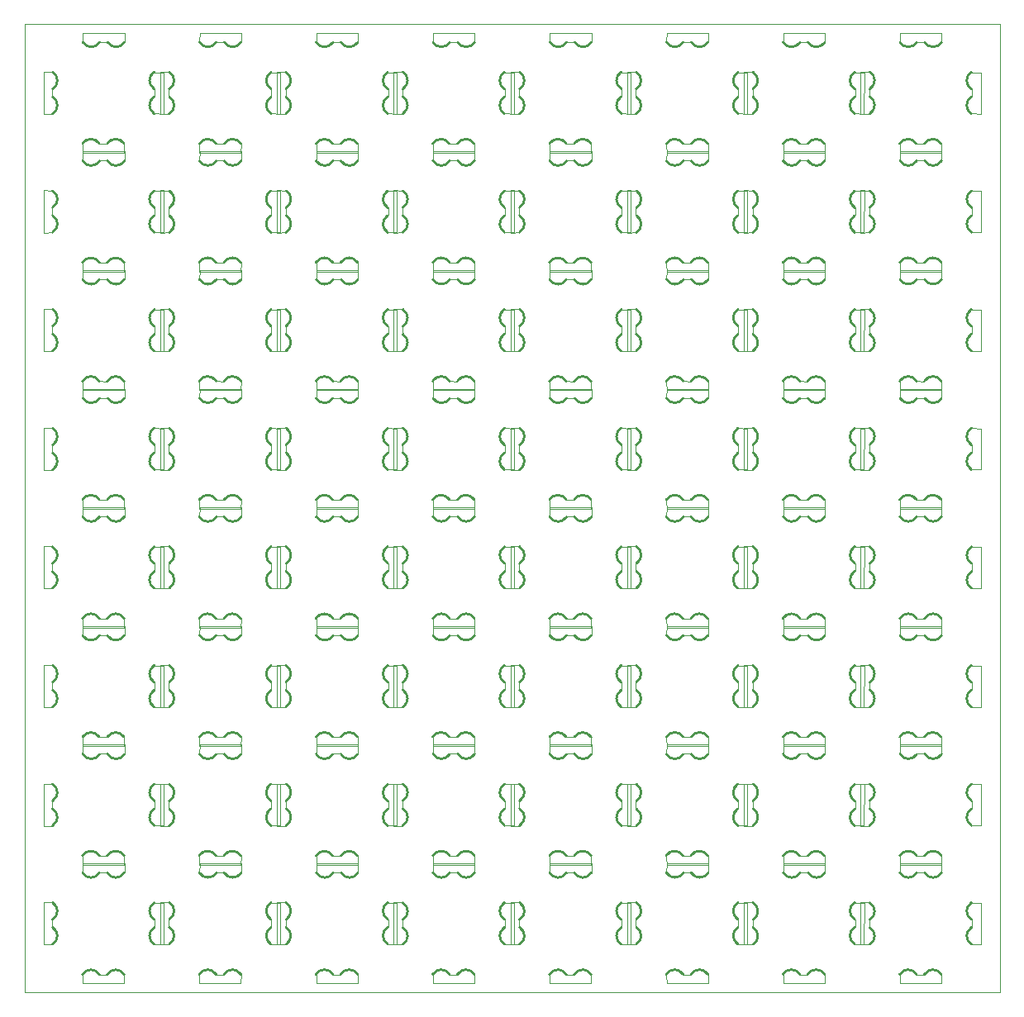
<source format=gko>
G04 DipTrace 3.0.0.2*
G04 BottomAssy.gbr*
%MOIN*%
G04 #@! TF.FileFunction,Drawing,Bot*
G04 #@! TF.Part,Single*
%ADD10C,0.009843*%
%ADD16C,0.001312*%
%FSLAX26Y26*%
G04*
G70*
G90*
G75*
G01*
G04 BotAssy*
%LPD*%
X916811Y588946D2*
D10*
G02X916661Y656826I20261J33985D01*
G01*
X916811Y688944D2*
G02X916661Y756824I20261J33985D01*
G01*
X795306Y467441D2*
G03X727426Y467591I-33985J-20261D01*
G01*
X695308Y467441D2*
G03X627428Y467591I-33985J-20261D01*
G01*
X628316Y877441D2*
G03X696196Y877291I33985J20261D01*
G01*
X728314Y877441D2*
G03X796194Y877291I33985J20261D01*
G01*
X506811Y588946D2*
G03X506961Y656826I-20261J33985D01*
G01*
X506811Y688944D2*
G03X506961Y756824I-20261J33985D01*
G01*
X628546Y879892D2*
D16*
X628929Y915122D1*
X796651D1*
Y877978D1*
X698353Y878873D2*
X726206D1*
X918688Y755844D2*
X954568Y755339D1*
X954063Y589077D1*
X919193Y589583D1*
X918671Y658173D2*
Y688698D1*
X628407Y464634D2*
X628751Y430609D1*
X795438D1*
X795782Y465322D1*
X697820Y466949D2*
X725856Y466594D1*
X505251Y588152D2*
X469969Y587777D1*
Y758184D1*
X505251Y757807D1*
X505043Y656959D2*
X504818Y686837D1*
X393724Y4301896D2*
X4326365D1*
Y393915D1*
X393724D1*
Y4301896D1*
X1387677Y588946D2*
D10*
G02X1387527Y656826I20261J33985D01*
G01*
X1387677Y688944D2*
G02X1387527Y756824I20261J33985D01*
G01*
X1266172Y467441D2*
G03X1198292Y467591I-33985J-20261D01*
G01*
X1166174Y467441D2*
G03X1098294Y467591I-33985J-20261D01*
G01*
X1099182Y877441D2*
G03X1167062Y877291I33985J20261D01*
G01*
X1199180Y877441D2*
G03X1267060Y877291I33985J20261D01*
G01*
X977677Y588946D2*
G03X977827Y656826I-20261J33985D01*
G01*
X977677Y688944D2*
G03X977827Y756824I-20261J33985D01*
G01*
X1099412Y879892D2*
D16*
X1099795Y915122D1*
X1267517D1*
Y877978D1*
X1169219Y878873D2*
X1197072D1*
X1389554Y755844D2*
X1425434Y755339D1*
X1424929Y589077D1*
X1390059Y589583D1*
X1389537Y658173D2*
Y688698D1*
X1099273Y464634D2*
X1099617Y430609D1*
X1266304D1*
X1266648Y465322D1*
X1168686Y466949D2*
X1196722Y466594D1*
X976117Y588152D2*
X940835Y587777D1*
Y758184D1*
X976117Y757807D1*
X975909Y656959D2*
X975684Y686837D1*
X1858543Y588946D2*
D10*
G02X1858393Y656826I20261J33985D01*
G01*
X1858543Y688944D2*
G02X1858393Y756824I20261J33985D01*
G01*
X1737038Y467441D2*
G03X1669158Y467591I-33985J-20261D01*
G01*
X1637040Y467441D2*
G03X1569160Y467591I-33985J-20261D01*
G01*
X1570048Y877441D2*
G03X1637929Y877291I33985J20261D01*
G01*
X1670046Y877441D2*
G03X1737927Y877291I33985J20261D01*
G01*
X1448543Y588946D2*
G03X1448693Y656826I-20261J33985D01*
G01*
X1448543Y688944D2*
G03X1448693Y756824I-20261J33985D01*
G01*
X1570278Y879892D2*
D16*
X1570661Y915122D1*
X1738383D1*
Y877978D1*
X1640085Y878873D2*
X1667938D1*
X1860420Y755844D2*
X1896301Y755339D1*
X1895795Y589077D1*
X1860925Y589583D1*
X1860403Y658173D2*
Y688698D1*
X1570139Y464634D2*
X1570483Y430609D1*
X1737171D1*
X1737514Y465322D1*
X1639552Y466949D2*
X1667588Y466594D1*
X1446983Y588152D2*
X1411701Y587777D1*
Y758184D1*
X1446983Y757807D1*
X1446776Y656959D2*
X1446550Y686837D1*
X2329409Y588946D2*
D10*
G02X2329260Y656826I20261J33985D01*
G01*
X2329409Y688944D2*
G02X2329260Y756824I20261J33985D01*
G01*
X2207904Y467441D2*
G03X2140024Y467591I-33985J-20261D01*
G01*
X2107907Y467441D2*
G03X2040026Y467591I-33985J-20261D01*
G01*
X2040914Y877441D2*
G03X2108795Y877291I33985J20261D01*
G01*
X2140912Y877441D2*
G03X2208793Y877291I33985J20261D01*
G01*
X1919409Y588946D2*
G03X1919559Y656826I-20261J33985D01*
G01*
X1919409Y688944D2*
G03X1919559Y756824I-20261J33985D01*
G01*
X2041144Y879892D2*
D16*
X2041528Y915122D1*
X2209249D1*
Y877978D1*
X2110951Y878873D2*
X2138804D1*
X2331286Y755844D2*
X2367167Y755339D1*
X2366661Y589077D1*
X2331791Y589583D1*
X2331269Y658173D2*
Y688698D1*
X2041005Y464634D2*
X2041349Y430609D1*
X2208037D1*
X2208381Y465322D1*
X2110419Y466949D2*
X2138454Y466594D1*
X1917849Y588152D2*
X1882567Y587777D1*
Y758184D1*
X1917849Y757807D1*
X1917642Y656959D2*
X1917416Y686837D1*
X2800276Y588946D2*
D10*
G02X2800126Y656826I20261J33985D01*
G01*
X2800276Y688944D2*
G02X2800126Y756824I20261J33985D01*
G01*
X2678771Y467441D2*
G03X2610890Y467591I-33985J-20261D01*
G01*
X2578773Y467441D2*
G03X2510892Y467591I-33985J-20261D01*
G01*
X2511781Y877441D2*
G03X2579661Y877291I33985J20261D01*
G01*
X2611778Y877441D2*
G03X2679659Y877291I33985J20261D01*
G01*
X2390276Y588946D2*
G03X2390425Y656826I-20261J33985D01*
G01*
X2390276Y688944D2*
G03X2390425Y756824I-20261J33985D01*
G01*
X2512010Y879892D2*
D16*
X2512394Y915122D1*
X2680115D1*
Y877978D1*
X2581818Y878873D2*
X2609671D1*
X2802152Y755844D2*
X2838033Y755339D1*
X2837528Y589077D1*
X2802657Y589583D1*
X2802135Y658173D2*
Y688698D1*
X2511871Y464634D2*
X2512215Y430609D1*
X2678903D1*
X2679247Y465322D1*
X2581285Y466949D2*
X2609320Y466594D1*
X2388715Y588152D2*
X2353433Y587777D1*
Y758184D1*
X2388715Y757807D1*
X2388508Y656959D2*
X2388282Y686837D1*
X3271142Y588946D2*
D10*
G02X3270992Y656826I20261J33985D01*
G01*
X3271142Y688944D2*
G02X3270992Y756824I20261J33985D01*
G01*
X3149637Y467441D2*
G03X3081756Y467591I-33985J-20261D01*
G01*
X3049639Y467441D2*
G03X2981759Y467591I-33985J-20261D01*
G01*
X2982647Y877441D2*
G03X3050527Y877291I33985J20261D01*
G01*
X3082645Y877441D2*
G03X3150525Y877291I33985J20261D01*
G01*
X2861142Y588946D2*
G03X2861292Y656826I-20261J33985D01*
G01*
X2861142Y688944D2*
G03X2861292Y756824I-20261J33985D01*
G01*
X2982877Y879892D2*
D16*
X2983260Y915122D1*
X3150982D1*
Y877978D1*
X3052684Y878873D2*
X3080537D1*
X3273018Y755844D2*
X3308899Y755339D1*
X3308394Y589077D1*
X3273524Y589583D1*
X3273001Y658173D2*
Y688698D1*
X2982738Y464634D2*
X2983081Y430609D1*
X3149769D1*
X3150113Y465322D1*
X3052151Y466949D2*
X3080186Y466594D1*
X2859581Y588152D2*
X2824299Y587777D1*
Y758184D1*
X2859581Y757807D1*
X2859374Y656959D2*
X2859148Y686837D1*
X3742008Y588946D2*
D10*
G02X3741858Y656826I20261J33985D01*
G01*
X3742008Y688944D2*
G02X3741858Y756824I20261J33985D01*
G01*
X3620503Y467441D2*
G03X3552623Y467591I-33985J-20261D01*
G01*
X3520505Y467441D2*
G03X3452625Y467591I-33985J-20261D01*
G01*
X3453513Y877441D2*
G03X3521393Y877291I33985J20261D01*
G01*
X3553511Y877441D2*
G03X3621391Y877291I33985J20261D01*
G01*
X3332008Y588946D2*
G03X3332158Y656826I-20261J33985D01*
G01*
X3332008Y688944D2*
G03X3332158Y756824I-20261J33985D01*
G01*
X3453743Y879892D2*
D16*
X3454126Y915122D1*
X3621848D1*
Y877978D1*
X3523550Y878873D2*
X3551403D1*
X3743885Y755844D2*
X3779765Y755339D1*
X3779260Y589077D1*
X3744390Y589583D1*
X3743867Y658173D2*
Y688698D1*
X3453604Y464634D2*
X3453948Y430609D1*
X3620635D1*
X3620979Y465322D1*
X3523017Y466949D2*
X3551052Y466594D1*
X3330448Y588152D2*
X3295165Y587777D1*
Y758184D1*
X3330448Y757807D1*
X3330240Y656959D2*
X3330014Y686837D1*
X4212874Y588946D2*
D10*
G02X4212724Y656826I20261J33985D01*
G01*
X4212874Y688944D2*
G02X4212724Y756824I20261J33985D01*
G01*
X4091369Y467441D2*
G03X4023489Y467591I-33985J-20261D01*
G01*
X3991371Y467441D2*
G03X3923491Y467591I-33985J-20261D01*
G01*
X3924379Y877441D2*
G03X3992259Y877291I33985J20261D01*
G01*
X4024377Y877441D2*
G03X4092257Y877291I33985J20261D01*
G01*
X3802874Y588946D2*
G03X3803024Y656826I-20261J33985D01*
G01*
X3802874Y688944D2*
G03X3803024Y756824I-20261J33985D01*
G01*
X3924609Y879892D2*
D16*
X3924992Y915122D1*
X4092714D1*
Y877978D1*
X3994416Y878873D2*
X4022269D1*
X4214751Y755844D2*
X4250631Y755339D1*
X4250126Y589077D1*
X4215256Y589583D1*
X4214734Y658173D2*
Y688698D1*
X3924470Y464634D2*
X3924814Y430609D1*
X4091501D1*
X4091845Y465322D1*
X3993883Y466949D2*
X4021919Y466594D1*
X3801314Y588152D2*
X3766031Y587777D1*
Y758184D1*
X3801314Y757807D1*
X3801106Y656959D2*
X3800881Y686837D1*
X916811Y1067686D2*
D10*
G02X916661Y1135566I20261J33985D01*
G01*
X916811Y1167684D2*
G02X916661Y1235564I20261J33985D01*
G01*
X795306Y946181D2*
G03X727426Y946331I-33985J-20261D01*
G01*
X695308Y946181D2*
G03X627428Y946331I-33985J-20261D01*
G01*
X628316Y1356181D2*
G03X696196Y1356031I33985J20261D01*
G01*
X728314Y1356181D2*
G03X796194Y1356031I33985J20261D01*
G01*
X506811Y1067686D2*
G03X506961Y1135566I-20261J33985D01*
G01*
X506811Y1167684D2*
G03X506961Y1235564I-20261J33985D01*
G01*
X628546Y1358633D2*
D16*
X628929Y1393862D1*
X796651D1*
Y1356718D1*
X698353Y1357613D2*
X726206D1*
X918688Y1234584D2*
X954568Y1234079D1*
X954063Y1067818D1*
X919193Y1068323D1*
X918671Y1136913D2*
Y1167438D1*
X628407Y943374D2*
X628751Y909349D1*
X795438D1*
X795782Y944062D1*
X697820Y945689D2*
X725856Y945335D1*
X505251Y1066892D2*
X469969Y1066517D1*
Y1236924D1*
X505251Y1236547D1*
X505043Y1135699D2*
X504818Y1165577D1*
X1387677Y1067686D2*
D10*
G02X1387527Y1135566I20261J33985D01*
G01*
X1387677Y1167684D2*
G02X1387527Y1235564I20261J33985D01*
G01*
X1266172Y946181D2*
G03X1198292Y946331I-33985J-20261D01*
G01*
X1166174Y946181D2*
G03X1098294Y946331I-33985J-20261D01*
G01*
X1099182Y1356181D2*
G03X1167062Y1356031I33985J20261D01*
G01*
X1199180Y1356181D2*
G03X1267060Y1356031I33985J20261D01*
G01*
X977677Y1067686D2*
G03X977827Y1135566I-20261J33985D01*
G01*
X977677Y1167684D2*
G03X977827Y1235564I-20261J33985D01*
G01*
X1099412Y1358633D2*
D16*
X1099795Y1393862D1*
X1267517D1*
Y1356718D1*
X1169219Y1357613D2*
X1197072D1*
X1389554Y1234584D2*
X1425434Y1234079D1*
X1424929Y1067818D1*
X1390059Y1068323D1*
X1389537Y1136913D2*
Y1167438D1*
X1099273Y943374D2*
X1099617Y909349D1*
X1266304D1*
X1266648Y944062D1*
X1168686Y945689D2*
X1196722Y945335D1*
X976117Y1066892D2*
X940835Y1066517D1*
Y1236924D1*
X976117Y1236547D1*
X975909Y1135699D2*
X975684Y1165577D1*
X1858543Y1067686D2*
D10*
G02X1858393Y1135566I20261J33985D01*
G01*
X1858543Y1167684D2*
G02X1858393Y1235564I20261J33985D01*
G01*
X1737038Y946181D2*
G03X1669158Y946331I-33985J-20261D01*
G01*
X1637040Y946181D2*
G03X1569160Y946331I-33985J-20261D01*
G01*
X1570048Y1356181D2*
G03X1637929Y1356031I33985J20261D01*
G01*
X1670046Y1356181D2*
G03X1737927Y1356031I33985J20261D01*
G01*
X1448543Y1067686D2*
G03X1448693Y1135566I-20261J33985D01*
G01*
X1448543Y1167684D2*
G03X1448693Y1235564I-20261J33985D01*
G01*
X1570278Y1358633D2*
D16*
X1570661Y1393862D1*
X1738383D1*
Y1356718D1*
X1640085Y1357613D2*
X1667938D1*
X1860420Y1234584D2*
X1896301Y1234079D1*
X1895795Y1067818D1*
X1860925Y1068323D1*
X1860403Y1136913D2*
Y1167438D1*
X1570139Y943374D2*
X1570483Y909349D1*
X1737171D1*
X1737514Y944062D1*
X1639552Y945689D2*
X1667588Y945335D1*
X1446983Y1066892D2*
X1411701Y1066517D1*
Y1236924D1*
X1446983Y1236547D1*
X1446776Y1135699D2*
X1446550Y1165577D1*
X2329409Y1067686D2*
D10*
G02X2329260Y1135566I20261J33985D01*
G01*
X2329409Y1167684D2*
G02X2329260Y1235564I20261J33985D01*
G01*
X2207904Y946181D2*
G03X2140024Y946331I-33985J-20261D01*
G01*
X2107907Y946181D2*
G03X2040026Y946331I-33985J-20261D01*
G01*
X2040914Y1356181D2*
G03X2108795Y1356031I33985J20261D01*
G01*
X2140912Y1356181D2*
G03X2208793Y1356031I33985J20261D01*
G01*
X1919409Y1067686D2*
G03X1919559Y1135566I-20261J33985D01*
G01*
X1919409Y1167684D2*
G03X1919559Y1235564I-20261J33985D01*
G01*
X2041144Y1358633D2*
D16*
X2041528Y1393862D1*
X2209249D1*
Y1356718D1*
X2110951Y1357613D2*
X2138804D1*
X2331286Y1234584D2*
X2367167Y1234079D1*
X2366661Y1067818D1*
X2331791Y1068323D1*
X2331269Y1136913D2*
Y1167438D1*
X2041005Y943374D2*
X2041349Y909349D1*
X2208037D1*
X2208381Y944062D1*
X2110419Y945689D2*
X2138454Y945335D1*
X1917849Y1066892D2*
X1882567Y1066517D1*
Y1236924D1*
X1917849Y1236547D1*
X1917642Y1135699D2*
X1917416Y1165577D1*
X2800276Y1067686D2*
D10*
G02X2800126Y1135566I20261J33985D01*
G01*
X2800276Y1167684D2*
G02X2800126Y1235564I20261J33985D01*
G01*
X2678771Y946181D2*
G03X2610890Y946331I-33985J-20261D01*
G01*
X2578773Y946181D2*
G03X2510892Y946331I-33985J-20261D01*
G01*
X2511781Y1356181D2*
G03X2579661Y1356031I33985J20261D01*
G01*
X2611778Y1356181D2*
G03X2679659Y1356031I33985J20261D01*
G01*
X2390276Y1067686D2*
G03X2390425Y1135566I-20261J33985D01*
G01*
X2390276Y1167684D2*
G03X2390425Y1235564I-20261J33985D01*
G01*
X2512010Y1358633D2*
D16*
X2512394Y1393862D1*
X2680115D1*
Y1356718D1*
X2581818Y1357613D2*
X2609671D1*
X2802152Y1234584D2*
X2838033Y1234079D1*
X2837528Y1067818D1*
X2802657Y1068323D1*
X2802135Y1136913D2*
Y1167438D1*
X2511871Y943374D2*
X2512215Y909349D1*
X2678903D1*
X2679247Y944062D1*
X2581285Y945689D2*
X2609320Y945335D1*
X2388715Y1066892D2*
X2353433Y1066517D1*
Y1236924D1*
X2388715Y1236547D1*
X2388508Y1135699D2*
X2388282Y1165577D1*
X3271142Y1067686D2*
D10*
G02X3270992Y1135566I20261J33985D01*
G01*
X3271142Y1167684D2*
G02X3270992Y1235564I20261J33985D01*
G01*
X3149637Y946181D2*
G03X3081756Y946331I-33985J-20261D01*
G01*
X3049639Y946181D2*
G03X2981759Y946331I-33985J-20261D01*
G01*
X2982647Y1356181D2*
G03X3050527Y1356031I33985J20261D01*
G01*
X3082645Y1356181D2*
G03X3150525Y1356031I33985J20261D01*
G01*
X2861142Y1067686D2*
G03X2861292Y1135566I-20261J33985D01*
G01*
X2861142Y1167684D2*
G03X2861292Y1235564I-20261J33985D01*
G01*
X2982877Y1358633D2*
D16*
X2983260Y1393862D1*
X3150982D1*
Y1356718D1*
X3052684Y1357613D2*
X3080537D1*
X3273018Y1234584D2*
X3308899Y1234079D1*
X3308394Y1067818D1*
X3273524Y1068323D1*
X3273001Y1136913D2*
Y1167438D1*
X2982738Y943374D2*
X2983081Y909349D1*
X3149769D1*
X3150113Y944062D1*
X3052151Y945689D2*
X3080186Y945335D1*
X2859581Y1066892D2*
X2824299Y1066517D1*
Y1236924D1*
X2859581Y1236547D1*
X2859374Y1135699D2*
X2859148Y1165577D1*
X3742008Y1067686D2*
D10*
G02X3741858Y1135566I20261J33985D01*
G01*
X3742008Y1167684D2*
G02X3741858Y1235564I20261J33985D01*
G01*
X3620503Y946181D2*
G03X3552623Y946331I-33985J-20261D01*
G01*
X3520505Y946181D2*
G03X3452625Y946331I-33985J-20261D01*
G01*
X3453513Y1356181D2*
G03X3521393Y1356031I33985J20261D01*
G01*
X3553511Y1356181D2*
G03X3621391Y1356031I33985J20261D01*
G01*
X3332008Y1067686D2*
G03X3332158Y1135566I-20261J33985D01*
G01*
X3332008Y1167684D2*
G03X3332158Y1235564I-20261J33985D01*
G01*
X3453743Y1358633D2*
D16*
X3454126Y1393862D1*
X3621848D1*
Y1356718D1*
X3523550Y1357613D2*
X3551403D1*
X3743885Y1234584D2*
X3779765Y1234079D1*
X3779260Y1067818D1*
X3744390Y1068323D1*
X3743867Y1136913D2*
Y1167438D1*
X3453604Y943374D2*
X3453948Y909349D1*
X3620635D1*
X3620979Y944062D1*
X3523017Y945689D2*
X3551052Y945335D1*
X3330448Y1066892D2*
X3295165Y1066517D1*
Y1236924D1*
X3330448Y1236547D1*
X3330240Y1135699D2*
X3330014Y1165577D1*
X4212874Y1067686D2*
D10*
G02X4212724Y1135566I20261J33985D01*
G01*
X4212874Y1167684D2*
G02X4212724Y1235564I20261J33985D01*
G01*
X4091369Y946181D2*
G03X4023489Y946331I-33985J-20261D01*
G01*
X3991371Y946181D2*
G03X3923491Y946331I-33985J-20261D01*
G01*
X3924379Y1356181D2*
G03X3992259Y1356031I33985J20261D01*
G01*
X4024377Y1356181D2*
G03X4092257Y1356031I33985J20261D01*
G01*
X3802874Y1067686D2*
G03X3803024Y1135566I-20261J33985D01*
G01*
X3802874Y1167684D2*
G03X3803024Y1235564I-20261J33985D01*
G01*
X3924609Y1358633D2*
D16*
X3924992Y1393862D1*
X4092714D1*
Y1356718D1*
X3994416Y1357613D2*
X4022269D1*
X4214751Y1234584D2*
X4250631Y1234079D1*
X4250126Y1067818D1*
X4215256Y1068323D1*
X4214734Y1136913D2*
Y1167438D1*
X3924470Y943374D2*
X3924814Y909349D1*
X4091501D1*
X4091845Y944062D1*
X3993883Y945689D2*
X4021919Y945335D1*
X3801314Y1066892D2*
X3766031Y1066517D1*
Y1236924D1*
X3801314Y1236547D1*
X3801106Y1135699D2*
X3800881Y1165577D1*
X916811Y1546426D2*
D10*
G02X916661Y1614307I20261J33985D01*
G01*
X916811Y1646424D2*
G02X916661Y1714304I20261J33985D01*
G01*
X795306Y1424921D2*
G03X727426Y1425071I-33985J-20261D01*
G01*
X695308Y1424921D2*
G03X627428Y1425071I-33985J-20261D01*
G01*
X628316Y1834921D2*
G03X696196Y1834771I33985J20261D01*
G01*
X728314Y1834921D2*
G03X796194Y1834771I33985J20261D01*
G01*
X506811Y1546426D2*
G03X506961Y1614307I-20261J33985D01*
G01*
X506811Y1646424D2*
G03X506961Y1714304I-20261J33985D01*
G01*
X628546Y1837373D2*
D16*
X628929Y1872602D1*
X796651D1*
Y1835458D1*
X698353Y1836353D2*
X726206D1*
X918688Y1713324D2*
X954568Y1712819D1*
X954063Y1546558D1*
X919193Y1547063D1*
X918671Y1615654D2*
Y1646178D1*
X628407Y1422114D2*
X628751Y1388089D1*
X795438D1*
X795782Y1422802D1*
X697820Y1424429D2*
X725856Y1424075D1*
X505251Y1545633D2*
X469969Y1545257D1*
Y1715664D1*
X505251Y1715287D1*
X505043Y1614440D2*
X504818Y1644318D1*
X1387677Y1546426D2*
D10*
G02X1387527Y1614307I20261J33985D01*
G01*
X1387677Y1646424D2*
G02X1387527Y1714304I20261J33985D01*
G01*
X1266172Y1424921D2*
G03X1198292Y1425071I-33985J-20261D01*
G01*
X1166174Y1424921D2*
G03X1098294Y1425071I-33985J-20261D01*
G01*
X1099182Y1834921D2*
G03X1167062Y1834771I33985J20261D01*
G01*
X1199180Y1834921D2*
G03X1267060Y1834771I33985J20261D01*
G01*
X977677Y1546426D2*
G03X977827Y1614307I-20261J33985D01*
G01*
X977677Y1646424D2*
G03X977827Y1714304I-20261J33985D01*
G01*
X1099412Y1837373D2*
D16*
X1099795Y1872602D1*
X1267517D1*
Y1835458D1*
X1169219Y1836353D2*
X1197072D1*
X1389554Y1713324D2*
X1425434Y1712819D1*
X1424929Y1546558D1*
X1390059Y1547063D1*
X1389537Y1615654D2*
Y1646178D1*
X1099273Y1422114D2*
X1099617Y1388089D1*
X1266304D1*
X1266648Y1422802D1*
X1168686Y1424429D2*
X1196722Y1424075D1*
X976117Y1545633D2*
X940835Y1545257D1*
Y1715664D1*
X976117Y1715287D1*
X975909Y1614440D2*
X975684Y1644318D1*
X1858543Y1546426D2*
D10*
G02X1858393Y1614307I20261J33985D01*
G01*
X1858543Y1646424D2*
G02X1858393Y1714304I20261J33985D01*
G01*
X1737038Y1424921D2*
G03X1669158Y1425071I-33985J-20261D01*
G01*
X1637040Y1424921D2*
G03X1569160Y1425071I-33985J-20261D01*
G01*
X1570048Y1834921D2*
G03X1637929Y1834771I33985J20261D01*
G01*
X1670046Y1834921D2*
G03X1737927Y1834771I33985J20261D01*
G01*
X1448543Y1546426D2*
G03X1448693Y1614307I-20261J33985D01*
G01*
X1448543Y1646424D2*
G03X1448693Y1714304I-20261J33985D01*
G01*
X1570278Y1837373D2*
D16*
X1570661Y1872602D1*
X1738383D1*
Y1835458D1*
X1640085Y1836353D2*
X1667938D1*
X1860420Y1713324D2*
X1896301Y1712819D1*
X1895795Y1546558D1*
X1860925Y1547063D1*
X1860403Y1615654D2*
Y1646178D1*
X1570139Y1422114D2*
X1570483Y1388089D1*
X1737171D1*
X1737514Y1422802D1*
X1639552Y1424429D2*
X1667588Y1424075D1*
X1446983Y1545633D2*
X1411701Y1545257D1*
Y1715664D1*
X1446983Y1715287D1*
X1446776Y1614440D2*
X1446550Y1644318D1*
X2329409Y1546426D2*
D10*
G02X2329260Y1614307I20261J33985D01*
G01*
X2329409Y1646424D2*
G02X2329260Y1714304I20261J33985D01*
G01*
X2207904Y1424921D2*
G03X2140024Y1425071I-33985J-20261D01*
G01*
X2107907Y1424921D2*
G03X2040026Y1425071I-33985J-20261D01*
G01*
X2040914Y1834921D2*
G03X2108795Y1834771I33985J20261D01*
G01*
X2140912Y1834921D2*
G03X2208793Y1834771I33985J20261D01*
G01*
X1919409Y1546426D2*
G03X1919559Y1614307I-20261J33985D01*
G01*
X1919409Y1646424D2*
G03X1919559Y1714304I-20261J33985D01*
G01*
X2041144Y1837373D2*
D16*
X2041528Y1872602D1*
X2209249D1*
Y1835458D1*
X2110951Y1836353D2*
X2138804D1*
X2331286Y1713324D2*
X2367167Y1712819D1*
X2366661Y1546558D1*
X2331791Y1547063D1*
X2331269Y1615654D2*
Y1646178D1*
X2041005Y1422114D2*
X2041349Y1388089D1*
X2208037D1*
X2208381Y1422802D1*
X2110419Y1424429D2*
X2138454Y1424075D1*
X1917849Y1545633D2*
X1882567Y1545257D1*
Y1715664D1*
X1917849Y1715287D1*
X1917642Y1614440D2*
X1917416Y1644318D1*
X2800276Y1546426D2*
D10*
G02X2800126Y1614307I20261J33985D01*
G01*
X2800276Y1646424D2*
G02X2800126Y1714304I20261J33985D01*
G01*
X2678771Y1424921D2*
G03X2610890Y1425071I-33985J-20261D01*
G01*
X2578773Y1424921D2*
G03X2510892Y1425071I-33985J-20261D01*
G01*
X2511781Y1834921D2*
G03X2579661Y1834771I33985J20261D01*
G01*
X2611778Y1834921D2*
G03X2679659Y1834771I33985J20261D01*
G01*
X2390276Y1546426D2*
G03X2390425Y1614307I-20261J33985D01*
G01*
X2390276Y1646424D2*
G03X2390425Y1714304I-20261J33985D01*
G01*
X2512010Y1837373D2*
D16*
X2512394Y1872602D1*
X2680115D1*
Y1835458D1*
X2581818Y1836353D2*
X2609671D1*
X2802152Y1713324D2*
X2838033Y1712819D1*
X2837528Y1546558D1*
X2802657Y1547063D1*
X2802135Y1615654D2*
Y1646178D1*
X2511871Y1422114D2*
X2512215Y1388089D1*
X2678903D1*
X2679247Y1422802D1*
X2581285Y1424429D2*
X2609320Y1424075D1*
X2388715Y1545633D2*
X2353433Y1545257D1*
Y1715664D1*
X2388715Y1715287D1*
X2388508Y1614440D2*
X2388282Y1644318D1*
X3271142Y1546426D2*
D10*
G02X3270992Y1614307I20261J33985D01*
G01*
X3271142Y1646424D2*
G02X3270992Y1714304I20261J33985D01*
G01*
X3149637Y1424921D2*
G03X3081756Y1425071I-33985J-20261D01*
G01*
X3049639Y1424921D2*
G03X2981759Y1425071I-33985J-20261D01*
G01*
X2982647Y1834921D2*
G03X3050527Y1834771I33985J20261D01*
G01*
X3082645Y1834921D2*
G03X3150525Y1834771I33985J20261D01*
G01*
X2861142Y1546426D2*
G03X2861292Y1614307I-20261J33985D01*
G01*
X2861142Y1646424D2*
G03X2861292Y1714304I-20261J33985D01*
G01*
X2982877Y1837373D2*
D16*
X2983260Y1872602D1*
X3150982D1*
Y1835458D1*
X3052684Y1836353D2*
X3080537D1*
X3273018Y1713324D2*
X3308899Y1712819D1*
X3308394Y1546558D1*
X3273524Y1547063D1*
X3273001Y1615654D2*
Y1646178D1*
X2982738Y1422114D2*
X2983081Y1388089D1*
X3149769D1*
X3150113Y1422802D1*
X3052151Y1424429D2*
X3080186Y1424075D1*
X2859581Y1545633D2*
X2824299Y1545257D1*
Y1715664D1*
X2859581Y1715287D1*
X2859374Y1614440D2*
X2859148Y1644318D1*
X3742008Y1546426D2*
D10*
G02X3741858Y1614307I20261J33985D01*
G01*
X3742008Y1646424D2*
G02X3741858Y1714304I20261J33985D01*
G01*
X3620503Y1424921D2*
G03X3552623Y1425071I-33985J-20261D01*
G01*
X3520505Y1424921D2*
G03X3452625Y1425071I-33985J-20261D01*
G01*
X3453513Y1834921D2*
G03X3521393Y1834771I33985J20261D01*
G01*
X3553511Y1834921D2*
G03X3621391Y1834771I33985J20261D01*
G01*
X3332008Y1546426D2*
G03X3332158Y1614307I-20261J33985D01*
G01*
X3332008Y1646424D2*
G03X3332158Y1714304I-20261J33985D01*
G01*
X3453743Y1837373D2*
D16*
X3454126Y1872602D1*
X3621848D1*
Y1835458D1*
X3523550Y1836353D2*
X3551403D1*
X3743885Y1713324D2*
X3779765Y1712819D1*
X3779260Y1546558D1*
X3744390Y1547063D1*
X3743867Y1615654D2*
Y1646178D1*
X3453604Y1422114D2*
X3453948Y1388089D1*
X3620635D1*
X3620979Y1422802D1*
X3523017Y1424429D2*
X3551052Y1424075D1*
X3330448Y1545633D2*
X3295165Y1545257D1*
Y1715664D1*
X3330448Y1715287D1*
X3330240Y1614440D2*
X3330014Y1644318D1*
X4212874Y1546426D2*
D10*
G02X4212724Y1614307I20261J33985D01*
G01*
X4212874Y1646424D2*
G02X4212724Y1714304I20261J33985D01*
G01*
X4091369Y1424921D2*
G03X4023489Y1425071I-33985J-20261D01*
G01*
X3991371Y1424921D2*
G03X3923491Y1425071I-33985J-20261D01*
G01*
X3924379Y1834921D2*
G03X3992259Y1834771I33985J20261D01*
G01*
X4024377Y1834921D2*
G03X4092257Y1834771I33985J20261D01*
G01*
X3802874Y1546426D2*
G03X3803024Y1614307I-20261J33985D01*
G01*
X3802874Y1646424D2*
G03X3803024Y1714304I-20261J33985D01*
G01*
X3924609Y1837373D2*
D16*
X3924992Y1872602D1*
X4092714D1*
Y1835458D1*
X3994416Y1836353D2*
X4022269D1*
X4214751Y1713324D2*
X4250631Y1712819D1*
X4250126Y1546558D1*
X4215256Y1547063D1*
X4214734Y1615654D2*
Y1646178D1*
X3924470Y1422114D2*
X3924814Y1388089D1*
X4091501D1*
X4091845Y1422802D1*
X3993883Y1424429D2*
X4021919Y1424075D1*
X3801314Y1545633D2*
X3766031Y1545257D1*
Y1715664D1*
X3801314Y1715287D1*
X3801106Y1614440D2*
X3800881Y1644318D1*
X916811Y2025166D2*
D10*
G02X916661Y2093047I20261J33985D01*
G01*
X916811Y2125164D2*
G02X916661Y2193045I20261J33985D01*
G01*
X795306Y1903661D2*
G03X727426Y1903811I-33985J-20261D01*
G01*
X695308Y1903661D2*
G03X627428Y1903811I-33985J-20261D01*
G01*
X628316Y2313661D2*
G03X696196Y2313512I33985J20261D01*
G01*
X728314Y2313661D2*
G03X796194Y2313512I33985J20261D01*
G01*
X506811Y2025166D2*
G03X506961Y2093047I-20261J33985D01*
G01*
X506811Y2125164D2*
G03X506961Y2193045I-20261J33985D01*
G01*
X628546Y2316113D2*
D16*
X628929Y2351343D1*
X796651D1*
Y2314198D1*
X698353Y2315093D2*
X726206D1*
X918688Y2192064D2*
X954568Y2191559D1*
X954063Y2025298D1*
X919193Y2025803D1*
X918671Y2094394D2*
Y2124919D1*
X628407Y1900854D2*
X628751Y1866829D1*
X795438D1*
X795782Y1901542D1*
X697820Y1903169D2*
X725856Y1902815D1*
X505251Y2024373D2*
X469969Y2023997D1*
Y2194404D1*
X505251Y2194028D1*
X505043Y2093180D2*
X504818Y2123058D1*
X1387677Y2025166D2*
D10*
G02X1387527Y2093047I20261J33985D01*
G01*
X1387677Y2125164D2*
G02X1387527Y2193045I20261J33985D01*
G01*
X1266172Y1903661D2*
G03X1198292Y1903811I-33985J-20261D01*
G01*
X1166174Y1903661D2*
G03X1098294Y1903811I-33985J-20261D01*
G01*
X1099182Y2313661D2*
G03X1167062Y2313512I33985J20261D01*
G01*
X1199180Y2313661D2*
G03X1267060Y2313512I33985J20261D01*
G01*
X977677Y2025166D2*
G03X977827Y2093047I-20261J33985D01*
G01*
X977677Y2125164D2*
G03X977827Y2193045I-20261J33985D01*
G01*
X1099412Y2316113D2*
D16*
X1099795Y2351343D1*
X1267517D1*
Y2314198D1*
X1169219Y2315093D2*
X1197072D1*
X1389554Y2192064D2*
X1425434Y2191559D1*
X1424929Y2025298D1*
X1390059Y2025803D1*
X1389537Y2094394D2*
Y2124919D1*
X1099273Y1900854D2*
X1099617Y1866829D1*
X1266304D1*
X1266648Y1901542D1*
X1168686Y1903169D2*
X1196722Y1902815D1*
X976117Y2024373D2*
X940835Y2023997D1*
Y2194404D1*
X976117Y2194028D1*
X975909Y2093180D2*
X975684Y2123058D1*
X1858543Y2025166D2*
D10*
G02X1858393Y2093047I20261J33985D01*
G01*
X1858543Y2125164D2*
G02X1858393Y2193045I20261J33985D01*
G01*
X1737038Y1903661D2*
G03X1669158Y1903811I-33985J-20261D01*
G01*
X1637040Y1903661D2*
G03X1569160Y1903811I-33985J-20261D01*
G01*
X1570048Y2313661D2*
G03X1637929Y2313512I33985J20261D01*
G01*
X1670046Y2313661D2*
G03X1737927Y2313512I33985J20261D01*
G01*
X1448543Y2025166D2*
G03X1448693Y2093047I-20261J33985D01*
G01*
X1448543Y2125164D2*
G03X1448693Y2193045I-20261J33985D01*
G01*
X1570278Y2316113D2*
D16*
X1570661Y2351343D1*
X1738383D1*
Y2314198D1*
X1640085Y2315093D2*
X1667938D1*
X1860420Y2192064D2*
X1896301Y2191559D1*
X1895795Y2025298D1*
X1860925Y2025803D1*
X1860403Y2094394D2*
Y2124919D1*
X1570139Y1900854D2*
X1570483Y1866829D1*
X1737171D1*
X1737514Y1901542D1*
X1639552Y1903169D2*
X1667588Y1902815D1*
X1446983Y2024373D2*
X1411701Y2023997D1*
Y2194404D1*
X1446983Y2194028D1*
X1446776Y2093180D2*
X1446550Y2123058D1*
X2329409Y2025166D2*
D10*
G02X2329260Y2093047I20261J33985D01*
G01*
X2329409Y2125164D2*
G02X2329260Y2193045I20261J33985D01*
G01*
X2207904Y1903661D2*
G03X2140024Y1903811I-33985J-20261D01*
G01*
X2107907Y1903661D2*
G03X2040026Y1903811I-33985J-20261D01*
G01*
X2040914Y2313661D2*
G03X2108795Y2313512I33985J20261D01*
G01*
X2140912Y2313661D2*
G03X2208793Y2313512I33985J20261D01*
G01*
X1919409Y2025166D2*
G03X1919559Y2093047I-20261J33985D01*
G01*
X1919409Y2125164D2*
G03X1919559Y2193045I-20261J33985D01*
G01*
X2041144Y2316113D2*
D16*
X2041528Y2351343D1*
X2209249D1*
Y2314198D1*
X2110951Y2315093D2*
X2138804D1*
X2331286Y2192064D2*
X2367167Y2191559D1*
X2366661Y2025298D1*
X2331791Y2025803D1*
X2331269Y2094394D2*
Y2124919D1*
X2041005Y1900854D2*
X2041349Y1866829D1*
X2208037D1*
X2208381Y1901542D1*
X2110419Y1903169D2*
X2138454Y1902815D1*
X1917849Y2024373D2*
X1882567Y2023997D1*
Y2194404D1*
X1917849Y2194028D1*
X1917642Y2093180D2*
X1917416Y2123058D1*
X2800276Y2025166D2*
D10*
G02X2800126Y2093047I20261J33985D01*
G01*
X2800276Y2125164D2*
G02X2800126Y2193045I20261J33985D01*
G01*
X2678771Y1903661D2*
G03X2610890Y1903811I-33985J-20261D01*
G01*
X2578773Y1903661D2*
G03X2510892Y1903811I-33985J-20261D01*
G01*
X2511781Y2313661D2*
G03X2579661Y2313512I33985J20261D01*
G01*
X2611778Y2313661D2*
G03X2679659Y2313512I33985J20261D01*
G01*
X2390276Y2025166D2*
G03X2390425Y2093047I-20261J33985D01*
G01*
X2390276Y2125164D2*
G03X2390425Y2193045I-20261J33985D01*
G01*
X2512010Y2316113D2*
D16*
X2512394Y2351343D1*
X2680115D1*
Y2314198D1*
X2581818Y2315093D2*
X2609671D1*
X2802152Y2192064D2*
X2838033Y2191559D1*
X2837528Y2025298D1*
X2802657Y2025803D1*
X2802135Y2094394D2*
Y2124919D1*
X2511871Y1900854D2*
X2512215Y1866829D1*
X2678903D1*
X2679247Y1901542D1*
X2581285Y1903169D2*
X2609320Y1902815D1*
X2388715Y2024373D2*
X2353433Y2023997D1*
Y2194404D1*
X2388715Y2194028D1*
X2388508Y2093180D2*
X2388282Y2123058D1*
X3271142Y2025166D2*
D10*
G02X3270992Y2093047I20261J33985D01*
G01*
X3271142Y2125164D2*
G02X3270992Y2193045I20261J33985D01*
G01*
X3149637Y1903661D2*
G03X3081756Y1903811I-33985J-20261D01*
G01*
X3049639Y1903661D2*
G03X2981759Y1903811I-33985J-20261D01*
G01*
X2982647Y2313661D2*
G03X3050527Y2313512I33985J20261D01*
G01*
X3082645Y2313661D2*
G03X3150525Y2313512I33985J20261D01*
G01*
X2861142Y2025166D2*
G03X2861292Y2093047I-20261J33985D01*
G01*
X2861142Y2125164D2*
G03X2861292Y2193045I-20261J33985D01*
G01*
X2982877Y2316113D2*
D16*
X2983260Y2351343D1*
X3150982D1*
Y2314198D1*
X3052684Y2315093D2*
X3080537D1*
X3273018Y2192064D2*
X3308899Y2191559D1*
X3308394Y2025298D1*
X3273524Y2025803D1*
X3273001Y2094394D2*
Y2124919D1*
X2982738Y1900854D2*
X2983081Y1866829D1*
X3149769D1*
X3150113Y1901542D1*
X3052151Y1903169D2*
X3080186Y1902815D1*
X2859581Y2024373D2*
X2824299Y2023997D1*
Y2194404D1*
X2859581Y2194028D1*
X2859374Y2093180D2*
X2859148Y2123058D1*
X3742008Y2025166D2*
D10*
G02X3741858Y2093047I20261J33985D01*
G01*
X3742008Y2125164D2*
G02X3741858Y2193045I20261J33985D01*
G01*
X3620503Y1903661D2*
G03X3552623Y1903811I-33985J-20261D01*
G01*
X3520505Y1903661D2*
G03X3452625Y1903811I-33985J-20261D01*
G01*
X3453513Y2313661D2*
G03X3521393Y2313512I33985J20261D01*
G01*
X3553511Y2313661D2*
G03X3621391Y2313512I33985J20261D01*
G01*
X3332008Y2025166D2*
G03X3332158Y2093047I-20261J33985D01*
G01*
X3332008Y2125164D2*
G03X3332158Y2193045I-20261J33985D01*
G01*
X3453743Y2316113D2*
D16*
X3454126Y2351343D1*
X3621848D1*
Y2314198D1*
X3523550Y2315093D2*
X3551403D1*
X3743885Y2192064D2*
X3779765Y2191559D1*
X3779260Y2025298D1*
X3744390Y2025803D1*
X3743867Y2094394D2*
Y2124919D1*
X3453604Y1900854D2*
X3453948Y1866829D1*
X3620635D1*
X3620979Y1901542D1*
X3523017Y1903169D2*
X3551052Y1902815D1*
X3330448Y2024373D2*
X3295165Y2023997D1*
Y2194404D1*
X3330448Y2194028D1*
X3330240Y2093180D2*
X3330014Y2123058D1*
X4212874Y2025166D2*
D10*
G02X4212724Y2093047I20261J33985D01*
G01*
X4212874Y2125164D2*
G02X4212724Y2193045I20261J33985D01*
G01*
X4091369Y1903661D2*
G03X4023489Y1903811I-33985J-20261D01*
G01*
X3991371Y1903661D2*
G03X3923491Y1903811I-33985J-20261D01*
G01*
X3924379Y2313661D2*
G03X3992259Y2313512I33985J20261D01*
G01*
X4024377Y2313661D2*
G03X4092257Y2313512I33985J20261D01*
G01*
X3802874Y2025166D2*
G03X3803024Y2093047I-20261J33985D01*
G01*
X3802874Y2125164D2*
G03X3803024Y2193045I-20261J33985D01*
G01*
X3924609Y2316113D2*
D16*
X3924992Y2351343D1*
X4092714D1*
Y2314198D1*
X3994416Y2315093D2*
X4022269D1*
X4214751Y2192064D2*
X4250631Y2191559D1*
X4250126Y2025298D1*
X4215256Y2025803D1*
X4214734Y2094394D2*
Y2124919D1*
X3924470Y1900854D2*
X3924814Y1866829D1*
X4091501D1*
X4091845Y1901542D1*
X3993883Y1903169D2*
X4021919Y1902815D1*
X3801314Y2024373D2*
X3766031Y2023997D1*
Y2194404D1*
X3801314Y2194028D1*
X3801106Y2093180D2*
X3800881Y2123058D1*
X916811Y2503907D2*
D10*
G02X916661Y2571787I20261J33985D01*
G01*
X916811Y2603904D2*
G02X916661Y2671785I20261J33985D01*
G01*
X795306Y2382402D2*
G03X727426Y2382551I-33985J-20261D01*
G01*
X695308Y2382402D2*
G03X627428Y2382551I-33985J-20261D01*
G01*
X628316Y2792402D2*
G03X696196Y2792252I33985J20261D01*
G01*
X728314Y2792402D2*
G03X796194Y2792252I33985J20261D01*
G01*
X506811Y2503907D2*
G03X506961Y2571787I-20261J33985D01*
G01*
X506811Y2603904D2*
G03X506961Y2671785I-20261J33985D01*
G01*
X628546Y2794853D2*
D16*
X628929Y2830083D1*
X796651D1*
Y2792938D1*
X698353Y2793833D2*
X726206D1*
X918688Y2670804D2*
X954568Y2670299D1*
X954063Y2504038D1*
X919193Y2504543D1*
X918671Y2573134D2*
Y2603659D1*
X628407Y2379594D2*
X628751Y2345570D1*
X795438D1*
X795782Y2380282D1*
X697820Y2381909D2*
X725856Y2381555D1*
X505251Y2503113D2*
X469969Y2502738D1*
Y2673144D1*
X505251Y2672768D1*
X505043Y2571920D2*
X504818Y2601798D1*
X1387677Y2503907D2*
D10*
G02X1387527Y2571787I20261J33985D01*
G01*
X1387677Y2603904D2*
G02X1387527Y2671785I20261J33985D01*
G01*
X1266172Y2382402D2*
G03X1198292Y2382551I-33985J-20261D01*
G01*
X1166174Y2382402D2*
G03X1098294Y2382551I-33985J-20261D01*
G01*
X1099182Y2792402D2*
G03X1167062Y2792252I33985J20261D01*
G01*
X1199180Y2792402D2*
G03X1267060Y2792252I33985J20261D01*
G01*
X977677Y2503907D2*
G03X977827Y2571787I-20261J33985D01*
G01*
X977677Y2603904D2*
G03X977827Y2671785I-20261J33985D01*
G01*
X1099412Y2794853D2*
D16*
X1099795Y2830083D1*
X1267517D1*
Y2792938D1*
X1169219Y2793833D2*
X1197072D1*
X1389554Y2670804D2*
X1425434Y2670299D1*
X1424929Y2504038D1*
X1390059Y2504543D1*
X1389537Y2573134D2*
Y2603659D1*
X1099273Y2379594D2*
X1099617Y2345570D1*
X1266304D1*
X1266648Y2380282D1*
X1168686Y2381909D2*
X1196722Y2381555D1*
X976117Y2503113D2*
X940835Y2502738D1*
Y2673144D1*
X976117Y2672768D1*
X975909Y2571920D2*
X975684Y2601798D1*
X1858543Y2503907D2*
D10*
G02X1858393Y2571787I20261J33985D01*
G01*
X1858543Y2603904D2*
G02X1858393Y2671785I20261J33985D01*
G01*
X1737038Y2382402D2*
G03X1669158Y2382551I-33985J-20261D01*
G01*
X1637040Y2382402D2*
G03X1569160Y2382551I-33985J-20261D01*
G01*
X1570048Y2792402D2*
G03X1637929Y2792252I33985J20261D01*
G01*
X1670046Y2792402D2*
G03X1737927Y2792252I33985J20261D01*
G01*
X1448543Y2503907D2*
G03X1448693Y2571787I-20261J33985D01*
G01*
X1448543Y2603904D2*
G03X1448693Y2671785I-20261J33985D01*
G01*
X1570278Y2794853D2*
D16*
X1570661Y2830083D1*
X1738383D1*
Y2792938D1*
X1640085Y2793833D2*
X1667938D1*
X1860420Y2670804D2*
X1896301Y2670299D1*
X1895795Y2504038D1*
X1860925Y2504543D1*
X1860403Y2573134D2*
Y2603659D1*
X1570139Y2379594D2*
X1570483Y2345570D1*
X1737171D1*
X1737514Y2380282D1*
X1639552Y2381909D2*
X1667588Y2381555D1*
X1446983Y2503113D2*
X1411701Y2502738D1*
Y2673144D1*
X1446983Y2672768D1*
X1446776Y2571920D2*
X1446550Y2601798D1*
X2329409Y2503907D2*
D10*
G02X2329260Y2571787I20261J33985D01*
G01*
X2329409Y2603904D2*
G02X2329260Y2671785I20261J33985D01*
G01*
X2207904Y2382402D2*
G03X2140024Y2382551I-33985J-20261D01*
G01*
X2107907Y2382402D2*
G03X2040026Y2382551I-33985J-20261D01*
G01*
X2040914Y2792402D2*
G03X2108795Y2792252I33985J20261D01*
G01*
X2140912Y2792402D2*
G03X2208793Y2792252I33985J20261D01*
G01*
X1919409Y2503907D2*
G03X1919559Y2571787I-20261J33985D01*
G01*
X1919409Y2603904D2*
G03X1919559Y2671785I-20261J33985D01*
G01*
X2041144Y2794853D2*
D16*
X2041528Y2830083D1*
X2209249D1*
Y2792938D1*
X2110951Y2793833D2*
X2138804D1*
X2331286Y2670804D2*
X2367167Y2670299D1*
X2366661Y2504038D1*
X2331791Y2504543D1*
X2331269Y2573134D2*
Y2603659D1*
X2041005Y2379594D2*
X2041349Y2345570D1*
X2208037D1*
X2208381Y2380282D1*
X2110419Y2381909D2*
X2138454Y2381555D1*
X1917849Y2503113D2*
X1882567Y2502738D1*
Y2673144D1*
X1917849Y2672768D1*
X1917642Y2571920D2*
X1917416Y2601798D1*
X2800276Y2503907D2*
D10*
G02X2800126Y2571787I20261J33985D01*
G01*
X2800276Y2603904D2*
G02X2800126Y2671785I20261J33985D01*
G01*
X2678771Y2382402D2*
G03X2610890Y2382551I-33985J-20261D01*
G01*
X2578773Y2382402D2*
G03X2510892Y2382551I-33985J-20261D01*
G01*
X2511781Y2792402D2*
G03X2579661Y2792252I33985J20261D01*
G01*
X2611778Y2792402D2*
G03X2679659Y2792252I33985J20261D01*
G01*
X2390276Y2503907D2*
G03X2390425Y2571787I-20261J33985D01*
G01*
X2390276Y2603904D2*
G03X2390425Y2671785I-20261J33985D01*
G01*
X2512010Y2794853D2*
D16*
X2512394Y2830083D1*
X2680115D1*
Y2792938D1*
X2581818Y2793833D2*
X2609671D1*
X2802152Y2670804D2*
X2838033Y2670299D1*
X2837528Y2504038D1*
X2802657Y2504543D1*
X2802135Y2573134D2*
Y2603659D1*
X2511871Y2379594D2*
X2512215Y2345570D1*
X2678903D1*
X2679247Y2380282D1*
X2581285Y2381909D2*
X2609320Y2381555D1*
X2388715Y2503113D2*
X2353433Y2502738D1*
Y2673144D1*
X2388715Y2672768D1*
X2388508Y2571920D2*
X2388282Y2601798D1*
X3271142Y2503907D2*
D10*
G02X3270992Y2571787I20261J33985D01*
G01*
X3271142Y2603904D2*
G02X3270992Y2671785I20261J33985D01*
G01*
X3149637Y2382402D2*
G03X3081756Y2382551I-33985J-20261D01*
G01*
X3049639Y2382402D2*
G03X2981759Y2382551I-33985J-20261D01*
G01*
X2982647Y2792402D2*
G03X3050527Y2792252I33985J20261D01*
G01*
X3082645Y2792402D2*
G03X3150525Y2792252I33985J20261D01*
G01*
X2861142Y2503907D2*
G03X2861292Y2571787I-20261J33985D01*
G01*
X2861142Y2603904D2*
G03X2861292Y2671785I-20261J33985D01*
G01*
X2982877Y2794853D2*
D16*
X2983260Y2830083D1*
X3150982D1*
Y2792938D1*
X3052684Y2793833D2*
X3080537D1*
X3273018Y2670804D2*
X3308899Y2670299D1*
X3308394Y2504038D1*
X3273524Y2504543D1*
X3273001Y2573134D2*
Y2603659D1*
X2982738Y2379594D2*
X2983081Y2345570D1*
X3149769D1*
X3150113Y2380282D1*
X3052151Y2381909D2*
X3080186Y2381555D1*
X2859581Y2503113D2*
X2824299Y2502738D1*
Y2673144D1*
X2859581Y2672768D1*
X2859374Y2571920D2*
X2859148Y2601798D1*
X3742008Y2503907D2*
D10*
G02X3741858Y2571787I20261J33985D01*
G01*
X3742008Y2603904D2*
G02X3741858Y2671785I20261J33985D01*
G01*
X3620503Y2382402D2*
G03X3552623Y2382551I-33985J-20261D01*
G01*
X3520505Y2382402D2*
G03X3452625Y2382551I-33985J-20261D01*
G01*
X3453513Y2792402D2*
G03X3521393Y2792252I33985J20261D01*
G01*
X3553511Y2792402D2*
G03X3621391Y2792252I33985J20261D01*
G01*
X3332008Y2503907D2*
G03X3332158Y2571787I-20261J33985D01*
G01*
X3332008Y2603904D2*
G03X3332158Y2671785I-20261J33985D01*
G01*
X3453743Y2794853D2*
D16*
X3454126Y2830083D1*
X3621848D1*
Y2792938D1*
X3523550Y2793833D2*
X3551403D1*
X3743885Y2670804D2*
X3779765Y2670299D1*
X3779260Y2504038D1*
X3744390Y2504543D1*
X3743867Y2573134D2*
Y2603659D1*
X3453604Y2379594D2*
X3453948Y2345570D1*
X3620635D1*
X3620979Y2380282D1*
X3523017Y2381909D2*
X3551052Y2381555D1*
X3330448Y2503113D2*
X3295165Y2502738D1*
Y2673144D1*
X3330448Y2672768D1*
X3330240Y2571920D2*
X3330014Y2601798D1*
X4212874Y2503907D2*
D10*
G02X4212724Y2571787I20261J33985D01*
G01*
X4212874Y2603904D2*
G02X4212724Y2671785I20261J33985D01*
G01*
X4091369Y2382402D2*
G03X4023489Y2382551I-33985J-20261D01*
G01*
X3991371Y2382402D2*
G03X3923491Y2382551I-33985J-20261D01*
G01*
X3924379Y2792402D2*
G03X3992259Y2792252I33985J20261D01*
G01*
X4024377Y2792402D2*
G03X4092257Y2792252I33985J20261D01*
G01*
X3802874Y2503907D2*
G03X3803024Y2571787I-20261J33985D01*
G01*
X3802874Y2603904D2*
G03X3803024Y2671785I-20261J33985D01*
G01*
X3924609Y2794853D2*
D16*
X3924992Y2830083D1*
X4092714D1*
Y2792938D1*
X3994416Y2793833D2*
X4022269D1*
X4214751Y2670804D2*
X4250631Y2670299D1*
X4250126Y2504038D1*
X4215256Y2504543D1*
X4214734Y2573134D2*
Y2603659D1*
X3924470Y2379594D2*
X3924814Y2345570D1*
X4091501D1*
X4091845Y2380282D1*
X3993883Y2381909D2*
X4021919Y2381555D1*
X3801314Y2503113D2*
X3766031Y2502738D1*
Y2673144D1*
X3801314Y2672768D1*
X3801106Y2571920D2*
X3800881Y2601798D1*
X916811Y2982647D2*
D10*
G02X916661Y3050527I20261J33985D01*
G01*
X916811Y3082645D2*
G02X916661Y3150525I20261J33985D01*
G01*
X795306Y2861142D2*
G03X727426Y2861292I-33985J-20261D01*
G01*
X695308Y2861142D2*
G03X627428Y2861292I-33985J-20261D01*
G01*
X628316Y3271142D2*
G03X696196Y3270992I33985J20261D01*
G01*
X728314Y3271142D2*
G03X796194Y3270992I33985J20261D01*
G01*
X506811Y2982647D2*
G03X506961Y3050527I-20261J33985D01*
G01*
X506811Y3082645D2*
G03X506961Y3150525I-20261J33985D01*
G01*
X628546Y3273593D2*
D16*
X628929Y3308823D1*
X796651D1*
Y3271678D1*
X698353Y3272573D2*
X726206D1*
X918688Y3149545D2*
X954568Y3149039D1*
X954063Y2982778D1*
X919193Y2983283D1*
X918671Y3051874D2*
Y3082399D1*
X628407Y2858335D2*
X628751Y2824310D1*
X795438D1*
X795782Y2859022D1*
X697820Y2860650D2*
X725856Y2860295D1*
X505251Y2981853D2*
X469969Y2981478D1*
Y3151885D1*
X505251Y3151508D1*
X505043Y3050660D2*
X504818Y3080538D1*
X1387677Y2982647D2*
D10*
G02X1387527Y3050527I20261J33985D01*
G01*
X1387677Y3082645D2*
G02X1387527Y3150525I20261J33985D01*
G01*
X1266172Y2861142D2*
G03X1198292Y2861292I-33985J-20261D01*
G01*
X1166174Y2861142D2*
G03X1098294Y2861292I-33985J-20261D01*
G01*
X1099182Y3271142D2*
G03X1167062Y3270992I33985J20261D01*
G01*
X1199180Y3271142D2*
G03X1267060Y3270992I33985J20261D01*
G01*
X977677Y2982647D2*
G03X977827Y3050527I-20261J33985D01*
G01*
X977677Y3082645D2*
G03X977827Y3150525I-20261J33985D01*
G01*
X1099412Y3273593D2*
D16*
X1099795Y3308823D1*
X1267517D1*
Y3271678D1*
X1169219Y3272573D2*
X1197072D1*
X1389554Y3149545D2*
X1425434Y3149039D1*
X1424929Y2982778D1*
X1390059Y2983283D1*
X1389537Y3051874D2*
Y3082399D1*
X1099273Y2858335D2*
X1099617Y2824310D1*
X1266304D1*
X1266648Y2859022D1*
X1168686Y2860650D2*
X1196722Y2860295D1*
X976117Y2981853D2*
X940835Y2981478D1*
Y3151885D1*
X976117Y3151508D1*
X975909Y3050660D2*
X975684Y3080538D1*
X1858543Y2982647D2*
D10*
G02X1858393Y3050527I20261J33985D01*
G01*
X1858543Y3082645D2*
G02X1858393Y3150525I20261J33985D01*
G01*
X1737038Y2861142D2*
G03X1669158Y2861292I-33985J-20261D01*
G01*
X1637040Y2861142D2*
G03X1569160Y2861292I-33985J-20261D01*
G01*
X1570048Y3271142D2*
G03X1637929Y3270992I33985J20261D01*
G01*
X1670046Y3271142D2*
G03X1737927Y3270992I33985J20261D01*
G01*
X1448543Y2982647D2*
G03X1448693Y3050527I-20261J33985D01*
G01*
X1448543Y3082645D2*
G03X1448693Y3150525I-20261J33985D01*
G01*
X1570278Y3273593D2*
D16*
X1570661Y3308823D1*
X1738383D1*
Y3271678D1*
X1640085Y3272573D2*
X1667938D1*
X1860420Y3149545D2*
X1896301Y3149039D1*
X1895795Y2982778D1*
X1860925Y2983283D1*
X1860403Y3051874D2*
Y3082399D1*
X1570139Y2858335D2*
X1570483Y2824310D1*
X1737171D1*
X1737514Y2859022D1*
X1639552Y2860650D2*
X1667588Y2860295D1*
X1446983Y2981853D2*
X1411701Y2981478D1*
Y3151885D1*
X1446983Y3151508D1*
X1446776Y3050660D2*
X1446550Y3080538D1*
X2329409Y2982647D2*
D10*
G02X2329260Y3050527I20261J33985D01*
G01*
X2329409Y3082645D2*
G02X2329260Y3150525I20261J33985D01*
G01*
X2207904Y2861142D2*
G03X2140024Y2861292I-33985J-20261D01*
G01*
X2107907Y2861142D2*
G03X2040026Y2861292I-33985J-20261D01*
G01*
X2040914Y3271142D2*
G03X2108795Y3270992I33985J20261D01*
G01*
X2140912Y3271142D2*
G03X2208793Y3270992I33985J20261D01*
G01*
X1919409Y2982647D2*
G03X1919559Y3050527I-20261J33985D01*
G01*
X1919409Y3082645D2*
G03X1919559Y3150525I-20261J33985D01*
G01*
X2041144Y3273593D2*
D16*
X2041528Y3308823D1*
X2209249D1*
Y3271678D1*
X2110951Y3272573D2*
X2138804D1*
X2331286Y3149545D2*
X2367167Y3149039D1*
X2366661Y2982778D1*
X2331791Y2983283D1*
X2331269Y3051874D2*
Y3082399D1*
X2041005Y2858335D2*
X2041349Y2824310D1*
X2208037D1*
X2208381Y2859022D1*
X2110419Y2860650D2*
X2138454Y2860295D1*
X1917849Y2981853D2*
X1882567Y2981478D1*
Y3151885D1*
X1917849Y3151508D1*
X1917642Y3050660D2*
X1917416Y3080538D1*
X2800276Y2982647D2*
D10*
G02X2800126Y3050527I20261J33985D01*
G01*
X2800276Y3082645D2*
G02X2800126Y3150525I20261J33985D01*
G01*
X2678771Y2861142D2*
G03X2610890Y2861292I-33985J-20261D01*
G01*
X2578773Y2861142D2*
G03X2510892Y2861292I-33985J-20261D01*
G01*
X2511781Y3271142D2*
G03X2579661Y3270992I33985J20261D01*
G01*
X2611778Y3271142D2*
G03X2679659Y3270992I33985J20261D01*
G01*
X2390276Y2982647D2*
G03X2390425Y3050527I-20261J33985D01*
G01*
X2390276Y3082645D2*
G03X2390425Y3150525I-20261J33985D01*
G01*
X2512010Y3273593D2*
D16*
X2512394Y3308823D1*
X2680115D1*
Y3271678D1*
X2581818Y3272573D2*
X2609671D1*
X2802152Y3149545D2*
X2838033Y3149039D1*
X2837528Y2982778D1*
X2802657Y2983283D1*
X2802135Y3051874D2*
Y3082399D1*
X2511871Y2858335D2*
X2512215Y2824310D1*
X2678903D1*
X2679247Y2859022D1*
X2581285Y2860650D2*
X2609320Y2860295D1*
X2388715Y2981853D2*
X2353433Y2981478D1*
Y3151885D1*
X2388715Y3151508D1*
X2388508Y3050660D2*
X2388282Y3080538D1*
X3271142Y2982647D2*
D10*
G02X3270992Y3050527I20261J33985D01*
G01*
X3271142Y3082645D2*
G02X3270992Y3150525I20261J33985D01*
G01*
X3149637Y2861142D2*
G03X3081756Y2861292I-33985J-20261D01*
G01*
X3049639Y2861142D2*
G03X2981759Y2861292I-33985J-20261D01*
G01*
X2982647Y3271142D2*
G03X3050527Y3270992I33985J20261D01*
G01*
X3082645Y3271142D2*
G03X3150525Y3270992I33985J20261D01*
G01*
X2861142Y2982647D2*
G03X2861292Y3050527I-20261J33985D01*
G01*
X2861142Y3082645D2*
G03X2861292Y3150525I-20261J33985D01*
G01*
X2982877Y3273593D2*
D16*
X2983260Y3308823D1*
X3150982D1*
Y3271678D1*
X3052684Y3272573D2*
X3080537D1*
X3273018Y3149545D2*
X3308899Y3149039D1*
X3308394Y2982778D1*
X3273524Y2983283D1*
X3273001Y3051874D2*
Y3082399D1*
X2982738Y2858335D2*
X2983081Y2824310D1*
X3149769D1*
X3150113Y2859022D1*
X3052151Y2860650D2*
X3080186Y2860295D1*
X2859581Y2981853D2*
X2824299Y2981478D1*
Y3151885D1*
X2859581Y3151508D1*
X2859374Y3050660D2*
X2859148Y3080538D1*
X3742008Y2982647D2*
D10*
G02X3741858Y3050527I20261J33985D01*
G01*
X3742008Y3082645D2*
G02X3741858Y3150525I20261J33985D01*
G01*
X3620503Y2861142D2*
G03X3552623Y2861292I-33985J-20261D01*
G01*
X3520505Y2861142D2*
G03X3452625Y2861292I-33985J-20261D01*
G01*
X3453513Y3271142D2*
G03X3521393Y3270992I33985J20261D01*
G01*
X3553511Y3271142D2*
G03X3621391Y3270992I33985J20261D01*
G01*
X3332008Y2982647D2*
G03X3332158Y3050527I-20261J33985D01*
G01*
X3332008Y3082645D2*
G03X3332158Y3150525I-20261J33985D01*
G01*
X3453743Y3273593D2*
D16*
X3454126Y3308823D1*
X3621848D1*
Y3271678D1*
X3523550Y3272573D2*
X3551403D1*
X3743885Y3149545D2*
X3779765Y3149039D1*
X3779260Y2982778D1*
X3744390Y2983283D1*
X3743867Y3051874D2*
Y3082399D1*
X3453604Y2858335D2*
X3453948Y2824310D1*
X3620635D1*
X3620979Y2859022D1*
X3523017Y2860650D2*
X3551052Y2860295D1*
X3330448Y2981853D2*
X3295165Y2981478D1*
Y3151885D1*
X3330448Y3151508D1*
X3330240Y3050660D2*
X3330014Y3080538D1*
X4212874Y2982647D2*
D10*
G02X4212724Y3050527I20261J33985D01*
G01*
X4212874Y3082645D2*
G02X4212724Y3150525I20261J33985D01*
G01*
X4091369Y2861142D2*
G03X4023489Y2861292I-33985J-20261D01*
G01*
X3991371Y2861142D2*
G03X3923491Y2861292I-33985J-20261D01*
G01*
X3924379Y3271142D2*
G03X3992259Y3270992I33985J20261D01*
G01*
X4024377Y3271142D2*
G03X4092257Y3270992I33985J20261D01*
G01*
X3802874Y2982647D2*
G03X3803024Y3050527I-20261J33985D01*
G01*
X3802874Y3082645D2*
G03X3803024Y3150525I-20261J33985D01*
G01*
X3924609Y3273593D2*
D16*
X3924992Y3308823D1*
X4092714D1*
Y3271678D1*
X3994416Y3272573D2*
X4022269D1*
X4214751Y3149545D2*
X4250631Y3149039D1*
X4250126Y2982778D1*
X4215256Y2983283D1*
X4214734Y3051874D2*
Y3082399D1*
X3924470Y2858335D2*
X3924814Y2824310D1*
X4091501D1*
X4091845Y2859022D1*
X3993883Y2860650D2*
X4021919Y2860295D1*
X3801314Y2981853D2*
X3766031Y2981478D1*
Y3151885D1*
X3801314Y3151508D1*
X3801106Y3050660D2*
X3800881Y3080538D1*
X916811Y3461387D2*
D10*
G02X916661Y3529267I20261J33985D01*
G01*
X916811Y3561385D2*
G02X916661Y3629265I20261J33985D01*
G01*
X795306Y3339882D2*
G03X727426Y3340032I-33985J-20261D01*
G01*
X695308Y3339882D2*
G03X627428Y3340032I-33985J-20261D01*
G01*
X628316Y3749882D2*
G03X696196Y3749732I33985J20261D01*
G01*
X728314Y3749882D2*
G03X796194Y3749732I33985J20261D01*
G01*
X506811Y3461387D2*
G03X506961Y3529267I-20261J33985D01*
G01*
X506811Y3561385D2*
G03X506961Y3629265I-20261J33985D01*
G01*
X628546Y3752333D2*
D16*
X628929Y3787563D1*
X796651D1*
Y3750419D1*
X698353Y3751314D2*
X726206D1*
X918688Y3628285D2*
X954568Y3627780D1*
X954063Y3461518D1*
X919193Y3462024D1*
X918671Y3530614D2*
Y3561139D1*
X628407Y3337075D2*
X628751Y3303050D1*
X795438D1*
X795782Y3337762D1*
X697820Y3339390D2*
X725856Y3339035D1*
X505251Y3460593D2*
X469969Y3460218D1*
Y3630625D1*
X505251Y3630248D1*
X505043Y3529400D2*
X504818Y3559278D1*
X1387677Y3461387D2*
D10*
G02X1387527Y3529267I20261J33985D01*
G01*
X1387677Y3561385D2*
G02X1387527Y3629265I20261J33985D01*
G01*
X1266172Y3339882D2*
G03X1198292Y3340032I-33985J-20261D01*
G01*
X1166174Y3339882D2*
G03X1098294Y3340032I-33985J-20261D01*
G01*
X1099182Y3749882D2*
G03X1167062Y3749732I33985J20261D01*
G01*
X1199180Y3749882D2*
G03X1267060Y3749732I33985J20261D01*
G01*
X977677Y3461387D2*
G03X977827Y3529267I-20261J33985D01*
G01*
X977677Y3561385D2*
G03X977827Y3629265I-20261J33985D01*
G01*
X1099412Y3752333D2*
D16*
X1099795Y3787563D1*
X1267517D1*
Y3750419D1*
X1169219Y3751314D2*
X1197072D1*
X1389554Y3628285D2*
X1425434Y3627780D1*
X1424929Y3461518D1*
X1390059Y3462024D1*
X1389537Y3530614D2*
Y3561139D1*
X1099273Y3337075D2*
X1099617Y3303050D1*
X1266304D1*
X1266648Y3337762D1*
X1168686Y3339390D2*
X1196722Y3339035D1*
X976117Y3460593D2*
X940835Y3460218D1*
Y3630625D1*
X976117Y3630248D1*
X975909Y3529400D2*
X975684Y3559278D1*
X1858543Y3461387D2*
D10*
G02X1858393Y3529267I20261J33985D01*
G01*
X1858543Y3561385D2*
G02X1858393Y3629265I20261J33985D01*
G01*
X1737038Y3339882D2*
G03X1669158Y3340032I-33985J-20261D01*
G01*
X1637040Y3339882D2*
G03X1569160Y3340032I-33985J-20261D01*
G01*
X1570048Y3749882D2*
G03X1637929Y3749732I33985J20261D01*
G01*
X1670046Y3749882D2*
G03X1737927Y3749732I33985J20261D01*
G01*
X1448543Y3461387D2*
G03X1448693Y3529267I-20261J33985D01*
G01*
X1448543Y3561385D2*
G03X1448693Y3629265I-20261J33985D01*
G01*
X1570278Y3752333D2*
D16*
X1570661Y3787563D1*
X1738383D1*
Y3750419D1*
X1640085Y3751314D2*
X1667938D1*
X1860420Y3628285D2*
X1896301Y3627780D1*
X1895795Y3461518D1*
X1860925Y3462024D1*
X1860403Y3530614D2*
Y3561139D1*
X1570139Y3337075D2*
X1570483Y3303050D1*
X1737171D1*
X1737514Y3337762D1*
X1639552Y3339390D2*
X1667588Y3339035D1*
X1446983Y3460593D2*
X1411701Y3460218D1*
Y3630625D1*
X1446983Y3630248D1*
X1446776Y3529400D2*
X1446550Y3559278D1*
X2329409Y3461387D2*
D10*
G02X2329260Y3529267I20261J33985D01*
G01*
X2329409Y3561385D2*
G02X2329260Y3629265I20261J33985D01*
G01*
X2207904Y3339882D2*
G03X2140024Y3340032I-33985J-20261D01*
G01*
X2107907Y3339882D2*
G03X2040026Y3340032I-33985J-20261D01*
G01*
X2040914Y3749882D2*
G03X2108795Y3749732I33985J20261D01*
G01*
X2140912Y3749882D2*
G03X2208793Y3749732I33985J20261D01*
G01*
X1919409Y3461387D2*
G03X1919559Y3529267I-20261J33985D01*
G01*
X1919409Y3561385D2*
G03X1919559Y3629265I-20261J33985D01*
G01*
X2041144Y3752333D2*
D16*
X2041528Y3787563D1*
X2209249D1*
Y3750419D1*
X2110951Y3751314D2*
X2138804D1*
X2331286Y3628285D2*
X2367167Y3627780D1*
X2366661Y3461518D1*
X2331791Y3462024D1*
X2331269Y3530614D2*
Y3561139D1*
X2041005Y3337075D2*
X2041349Y3303050D1*
X2208037D1*
X2208381Y3337762D1*
X2110419Y3339390D2*
X2138454Y3339035D1*
X1917849Y3460593D2*
X1882567Y3460218D1*
Y3630625D1*
X1917849Y3630248D1*
X1917642Y3529400D2*
X1917416Y3559278D1*
X2800276Y3461387D2*
D10*
G02X2800126Y3529267I20261J33985D01*
G01*
X2800276Y3561385D2*
G02X2800126Y3629265I20261J33985D01*
G01*
X2678771Y3339882D2*
G03X2610890Y3340032I-33985J-20261D01*
G01*
X2578773Y3339882D2*
G03X2510892Y3340032I-33985J-20261D01*
G01*
X2511781Y3749882D2*
G03X2579661Y3749732I33985J20261D01*
G01*
X2611778Y3749882D2*
G03X2679659Y3749732I33985J20261D01*
G01*
X2390276Y3461387D2*
G03X2390425Y3529267I-20261J33985D01*
G01*
X2390276Y3561385D2*
G03X2390425Y3629265I-20261J33985D01*
G01*
X2512010Y3752333D2*
D16*
X2512394Y3787563D1*
X2680115D1*
Y3750419D1*
X2581818Y3751314D2*
X2609671D1*
X2802152Y3628285D2*
X2838033Y3627780D1*
X2837528Y3461518D1*
X2802657Y3462024D1*
X2802135Y3530614D2*
Y3561139D1*
X2511871Y3337075D2*
X2512215Y3303050D1*
X2678903D1*
X2679247Y3337762D1*
X2581285Y3339390D2*
X2609320Y3339035D1*
X2388715Y3460593D2*
X2353433Y3460218D1*
Y3630625D1*
X2388715Y3630248D1*
X2388508Y3529400D2*
X2388282Y3559278D1*
X3271142Y3461387D2*
D10*
G02X3270992Y3529267I20261J33985D01*
G01*
X3271142Y3561385D2*
G02X3270992Y3629265I20261J33985D01*
G01*
X3149637Y3339882D2*
G03X3081756Y3340032I-33985J-20261D01*
G01*
X3049639Y3339882D2*
G03X2981759Y3340032I-33985J-20261D01*
G01*
X2982647Y3749882D2*
G03X3050527Y3749732I33985J20261D01*
G01*
X3082645Y3749882D2*
G03X3150525Y3749732I33985J20261D01*
G01*
X2861142Y3461387D2*
G03X2861292Y3529267I-20261J33985D01*
G01*
X2861142Y3561385D2*
G03X2861292Y3629265I-20261J33985D01*
G01*
X2982877Y3752333D2*
D16*
X2983260Y3787563D1*
X3150982D1*
Y3750419D1*
X3052684Y3751314D2*
X3080537D1*
X3273018Y3628285D2*
X3308899Y3627780D1*
X3308394Y3461518D1*
X3273524Y3462024D1*
X3273001Y3530614D2*
Y3561139D1*
X2982738Y3337075D2*
X2983081Y3303050D1*
X3149769D1*
X3150113Y3337762D1*
X3052151Y3339390D2*
X3080186Y3339035D1*
X2859581Y3460593D2*
X2824299Y3460218D1*
Y3630625D1*
X2859581Y3630248D1*
X2859374Y3529400D2*
X2859148Y3559278D1*
X3742008Y3461387D2*
D10*
G02X3741858Y3529267I20261J33985D01*
G01*
X3742008Y3561385D2*
G02X3741858Y3629265I20261J33985D01*
G01*
X3620503Y3339882D2*
G03X3552623Y3340032I-33985J-20261D01*
G01*
X3520505Y3339882D2*
G03X3452625Y3340032I-33985J-20261D01*
G01*
X3453513Y3749882D2*
G03X3521393Y3749732I33985J20261D01*
G01*
X3553511Y3749882D2*
G03X3621391Y3749732I33985J20261D01*
G01*
X3332008Y3461387D2*
G03X3332158Y3529267I-20261J33985D01*
G01*
X3332008Y3561385D2*
G03X3332158Y3629265I-20261J33985D01*
G01*
X3453743Y3752333D2*
D16*
X3454126Y3787563D1*
X3621848D1*
Y3750419D1*
X3523550Y3751314D2*
X3551403D1*
X3743885Y3628285D2*
X3779765Y3627780D1*
X3779260Y3461518D1*
X3744390Y3462024D1*
X3743867Y3530614D2*
Y3561139D1*
X3453604Y3337075D2*
X3453948Y3303050D1*
X3620635D1*
X3620979Y3337762D1*
X3523017Y3339390D2*
X3551052Y3339035D1*
X3330448Y3460593D2*
X3295165Y3460218D1*
Y3630625D1*
X3330448Y3630248D1*
X3330240Y3529400D2*
X3330014Y3559278D1*
X4212874Y3461387D2*
D10*
G02X4212724Y3529267I20261J33985D01*
G01*
X4212874Y3561385D2*
G02X4212724Y3629265I20261J33985D01*
G01*
X4091369Y3339882D2*
G03X4023489Y3340032I-33985J-20261D01*
G01*
X3991371Y3339882D2*
G03X3923491Y3340032I-33985J-20261D01*
G01*
X3924379Y3749882D2*
G03X3992259Y3749732I33985J20261D01*
G01*
X4024377Y3749882D2*
G03X4092257Y3749732I33985J20261D01*
G01*
X3802874Y3461387D2*
G03X3803024Y3529267I-20261J33985D01*
G01*
X3802874Y3561385D2*
G03X3803024Y3629265I-20261J33985D01*
G01*
X3924609Y3752333D2*
D16*
X3924992Y3787563D1*
X4092714D1*
Y3750419D1*
X3994416Y3751314D2*
X4022269D1*
X4214751Y3628285D2*
X4250631Y3627780D1*
X4250126Y3461518D1*
X4215256Y3462024D1*
X4214734Y3530614D2*
Y3561139D1*
X3924470Y3337075D2*
X3924814Y3303050D1*
X4091501D1*
X4091845Y3337762D1*
X3993883Y3339390D2*
X4021919Y3339035D1*
X3801314Y3460593D2*
X3766031Y3460218D1*
Y3630625D1*
X3801314Y3630248D1*
X3801106Y3529400D2*
X3800881Y3559278D1*
X916811Y3940127D2*
D10*
G02X916661Y4008007I20261J33985D01*
G01*
X916811Y4040125D2*
G02X916661Y4108005I20261J33985D01*
G01*
X795306Y3818622D2*
G03X727426Y3818772I-33985J-20261D01*
G01*
X695308Y3818622D2*
G03X627428Y3818772I-33985J-20261D01*
G01*
X628316Y4228622D2*
G03X696196Y4228472I33985J20261D01*
G01*
X728314Y4228622D2*
G03X796194Y4228472I33985J20261D01*
G01*
X506811Y3940127D2*
G03X506961Y4008007I-20261J33985D01*
G01*
X506811Y4040125D2*
G03X506961Y4108005I-20261J33985D01*
G01*
X628546Y4231073D2*
D16*
X628929Y4266303D1*
X796651D1*
Y4229159D1*
X698353Y4230054D2*
X726206D1*
X918688Y4107025D2*
X954568Y4106520D1*
X954063Y3940259D1*
X919193Y3940764D1*
X918671Y4009354D2*
Y4039879D1*
X628407Y3815815D2*
X628751Y3781790D1*
X795438D1*
X795782Y3816503D1*
X697820Y3818130D2*
X725856Y3817776D1*
X505251Y3939333D2*
X469969Y3938958D1*
Y4109365D1*
X505251Y4108988D1*
X505043Y4008140D2*
X504818Y4038018D1*
X1387677Y3940127D2*
D10*
G02X1387527Y4008007I20261J33985D01*
G01*
X1387677Y4040125D2*
G02X1387527Y4108005I20261J33985D01*
G01*
X1266172Y3818622D2*
G03X1198292Y3818772I-33985J-20261D01*
G01*
X1166174Y3818622D2*
G03X1098294Y3818772I-33985J-20261D01*
G01*
X1099182Y4228622D2*
G03X1167062Y4228472I33985J20261D01*
G01*
X1199180Y4228622D2*
G03X1267060Y4228472I33985J20261D01*
G01*
X977677Y3940127D2*
G03X977827Y4008007I-20261J33985D01*
G01*
X977677Y4040125D2*
G03X977827Y4108005I-20261J33985D01*
G01*
X1099412Y4231073D2*
D16*
X1099795Y4266303D1*
X1267517D1*
Y4229159D1*
X1169219Y4230054D2*
X1197072D1*
X1389554Y4107025D2*
X1425434Y4106520D1*
X1424929Y3940259D1*
X1390059Y3940764D1*
X1389537Y4009354D2*
Y4039879D1*
X1099273Y3815815D2*
X1099617Y3781790D1*
X1266304D1*
X1266648Y3816503D1*
X1168686Y3818130D2*
X1196722Y3817776D1*
X976117Y3939333D2*
X940835Y3938958D1*
Y4109365D1*
X976117Y4108988D1*
X975909Y4008140D2*
X975684Y4038018D1*
X1858543Y3940127D2*
D10*
G02X1858393Y4008007I20261J33985D01*
G01*
X1858543Y4040125D2*
G02X1858393Y4108005I20261J33985D01*
G01*
X1737038Y3818622D2*
G03X1669158Y3818772I-33985J-20261D01*
G01*
X1637040Y3818622D2*
G03X1569160Y3818772I-33985J-20261D01*
G01*
X1570048Y4228622D2*
G03X1637929Y4228472I33985J20261D01*
G01*
X1670046Y4228622D2*
G03X1737927Y4228472I33985J20261D01*
G01*
X1448543Y3940127D2*
G03X1448693Y4008007I-20261J33985D01*
G01*
X1448543Y4040125D2*
G03X1448693Y4108005I-20261J33985D01*
G01*
X1570278Y4231073D2*
D16*
X1570661Y4266303D1*
X1738383D1*
Y4229159D1*
X1640085Y4230054D2*
X1667938D1*
X1860420Y4107025D2*
X1896301Y4106520D1*
X1895795Y3940259D1*
X1860925Y3940764D1*
X1860403Y4009354D2*
Y4039879D1*
X1570139Y3815815D2*
X1570483Y3781790D1*
X1737171D1*
X1737514Y3816503D1*
X1639552Y3818130D2*
X1667588Y3817776D1*
X1446983Y3939333D2*
X1411701Y3938958D1*
Y4109365D1*
X1446983Y4108988D1*
X1446776Y4008140D2*
X1446550Y4038018D1*
X2329409Y3940127D2*
D10*
G02X2329260Y4008007I20261J33985D01*
G01*
X2329409Y4040125D2*
G02X2329260Y4108005I20261J33985D01*
G01*
X2207904Y3818622D2*
G03X2140024Y3818772I-33985J-20261D01*
G01*
X2107907Y3818622D2*
G03X2040026Y3818772I-33985J-20261D01*
G01*
X2040914Y4228622D2*
G03X2108795Y4228472I33985J20261D01*
G01*
X2140912Y4228622D2*
G03X2208793Y4228472I33985J20261D01*
G01*
X1919409Y3940127D2*
G03X1919559Y4008007I-20261J33985D01*
G01*
X1919409Y4040125D2*
G03X1919559Y4108005I-20261J33985D01*
G01*
X2041144Y4231073D2*
D16*
X2041528Y4266303D1*
X2209249D1*
Y4229159D1*
X2110951Y4230054D2*
X2138804D1*
X2331286Y4107025D2*
X2367167Y4106520D1*
X2366661Y3940259D1*
X2331791Y3940764D1*
X2331269Y4009354D2*
Y4039879D1*
X2041005Y3815815D2*
X2041349Y3781790D1*
X2208037D1*
X2208381Y3816503D1*
X2110419Y3818130D2*
X2138454Y3817776D1*
X1917849Y3939333D2*
X1882567Y3938958D1*
Y4109365D1*
X1917849Y4108988D1*
X1917642Y4008140D2*
X1917416Y4038018D1*
X2800276Y3940127D2*
D10*
G02X2800126Y4008007I20261J33985D01*
G01*
X2800276Y4040125D2*
G02X2800126Y4108005I20261J33985D01*
G01*
X2678771Y3818622D2*
G03X2610890Y3818772I-33985J-20261D01*
G01*
X2578773Y3818622D2*
G03X2510892Y3818772I-33985J-20261D01*
G01*
X2511781Y4228622D2*
G03X2579661Y4228472I33985J20261D01*
G01*
X2611778Y4228622D2*
G03X2679659Y4228472I33985J20261D01*
G01*
X2390276Y3940127D2*
G03X2390425Y4008007I-20261J33985D01*
G01*
X2390276Y4040125D2*
G03X2390425Y4108005I-20261J33985D01*
G01*
X2512010Y4231073D2*
D16*
X2512394Y4266303D1*
X2680115D1*
Y4229159D1*
X2581818Y4230054D2*
X2609671D1*
X2802152Y4107025D2*
X2838033Y4106520D1*
X2837528Y3940259D1*
X2802657Y3940764D1*
X2802135Y4009354D2*
Y4039879D1*
X2511871Y3815815D2*
X2512215Y3781790D1*
X2678903D1*
X2679247Y3816503D1*
X2581285Y3818130D2*
X2609320Y3817776D1*
X2388715Y3939333D2*
X2353433Y3938958D1*
Y4109365D1*
X2388715Y4108988D1*
X2388508Y4008140D2*
X2388282Y4038018D1*
X3271142Y3940127D2*
D10*
G02X3270992Y4008007I20261J33985D01*
G01*
X3271142Y4040125D2*
G02X3270992Y4108005I20261J33985D01*
G01*
X3149637Y3818622D2*
G03X3081756Y3818772I-33985J-20261D01*
G01*
X3049639Y3818622D2*
G03X2981759Y3818772I-33985J-20261D01*
G01*
X2982647Y4228622D2*
G03X3050527Y4228472I33985J20261D01*
G01*
X3082645Y4228622D2*
G03X3150525Y4228472I33985J20261D01*
G01*
X2861142Y3940127D2*
G03X2861292Y4008007I-20261J33985D01*
G01*
X2861142Y4040125D2*
G03X2861292Y4108005I-20261J33985D01*
G01*
X2982877Y4231073D2*
D16*
X2983260Y4266303D1*
X3150982D1*
Y4229159D1*
X3052684Y4230054D2*
X3080537D1*
X3273018Y4107025D2*
X3308899Y4106520D1*
X3308394Y3940259D1*
X3273524Y3940764D1*
X3273001Y4009354D2*
Y4039879D1*
X2982738Y3815815D2*
X2983081Y3781790D1*
X3149769D1*
X3150113Y3816503D1*
X3052151Y3818130D2*
X3080186Y3817776D1*
X2859581Y3939333D2*
X2824299Y3938958D1*
Y4109365D1*
X2859581Y4108988D1*
X2859374Y4008140D2*
X2859148Y4038018D1*
X3742008Y3940127D2*
D10*
G02X3741858Y4008007I20261J33985D01*
G01*
X3742008Y4040125D2*
G02X3741858Y4108005I20261J33985D01*
G01*
X3620503Y3818622D2*
G03X3552623Y3818772I-33985J-20261D01*
G01*
X3520505Y3818622D2*
G03X3452625Y3818772I-33985J-20261D01*
G01*
X3453513Y4228622D2*
G03X3521393Y4228472I33985J20261D01*
G01*
X3553511Y4228622D2*
G03X3621391Y4228472I33985J20261D01*
G01*
X3332008Y3940127D2*
G03X3332158Y4008007I-20261J33985D01*
G01*
X3332008Y4040125D2*
G03X3332158Y4108005I-20261J33985D01*
G01*
X3453743Y4231073D2*
D16*
X3454126Y4266303D1*
X3621848D1*
Y4229159D1*
X3523550Y4230054D2*
X3551403D1*
X3743885Y4107025D2*
X3779765Y4106520D1*
X3779260Y3940259D1*
X3744390Y3940764D1*
X3743867Y4009354D2*
Y4039879D1*
X3453604Y3815815D2*
X3453948Y3781790D1*
X3620635D1*
X3620979Y3816503D1*
X3523017Y3818130D2*
X3551052Y3817776D1*
X3330448Y3939333D2*
X3295165Y3938958D1*
Y4109365D1*
X3330448Y4108988D1*
X3330240Y4008140D2*
X3330014Y4038018D1*
X4212874Y3940127D2*
D10*
G02X4212724Y4008007I20261J33985D01*
G01*
X4212874Y4040125D2*
G02X4212724Y4108005I20261J33985D01*
G01*
X4091369Y3818622D2*
G03X4023489Y3818772I-33985J-20261D01*
G01*
X3991371Y3818622D2*
G03X3923491Y3818772I-33985J-20261D01*
G01*
X3924379Y4228622D2*
G03X3992259Y4228472I33985J20261D01*
G01*
X4024377Y4228622D2*
G03X4092257Y4228472I33985J20261D01*
G01*
X3802874Y3940127D2*
G03X3803024Y4008007I-20261J33985D01*
G01*
X3802874Y4040125D2*
G03X3803024Y4108005I-20261J33985D01*
G01*
X3924609Y4231073D2*
D16*
X3924992Y4266303D1*
X4092714D1*
Y4229159D1*
X3994416Y4230054D2*
X4022269D1*
X4214751Y4107025D2*
X4250631Y4106520D1*
X4250126Y3940259D1*
X4215256Y3940764D1*
X4214734Y4009354D2*
Y4039879D1*
X3924470Y3815815D2*
X3924814Y3781790D1*
X4091501D1*
X4091845Y3816503D1*
X3993883Y3818130D2*
X4021919Y3817776D1*
X3801314Y3939333D2*
X3766031Y3938958D1*
Y4109365D1*
X3801314Y4108988D1*
X3801106Y4008140D2*
X3800881Y4038018D1*
M02*

</source>
